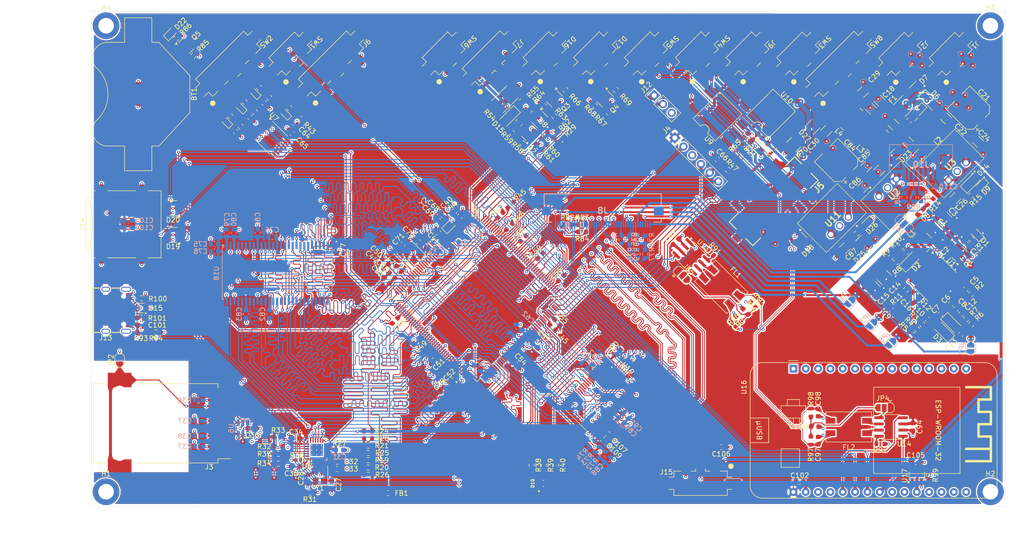
<source format=kicad_pcb>
(kicad_pcb
	(version 20241229)
	(generator "pcbnew")
	(generator_version "9.0")
	(general
		(thickness 1.6238)
		(legacy_teardrops no)
	)
	(paper "A4")
	(layers
		(0 "F.Cu" signal)
		(4 "In1.Cu" power)
		(6 "In2.Cu" power)
		(2 "B.Cu" signal)
		(9 "F.Adhes" user "F.Adhesive")
		(11 "B.Adhes" user "B.Adhesive")
		(13 "F.Paste" user)
		(15 "B.Paste" user)
		(5 "F.SilkS" user "F.Silkscreen")
		(7 "B.SilkS" user "B.Silkscreen")
		(1 "F.Mask" user)
		(3 "B.Mask" user)
		(17 "Dwgs.User" user "User.Drawings")
		(19 "Cmts.User" user "User.Comments")
		(21 "Eco1.User" user "User.Eco1")
		(23 "Eco2.User" user "User.Eco2")
		(25 "Edge.Cuts" user)
		(27 "Margin" user)
		(31 "F.CrtYd" user "F.Courtyard")
		(29 "B.CrtYd" user "B.Courtyard")
		(35 "F.Fab" user)
		(33 "B.Fab" user)
		(39 "User.1" user)
		(41 "User.2" user)
		(43 "User.3" user)
		(45 "User.4" user)
		(47 "User.5" user)
		(49 "User.6" user)
		(51 "User.7" user)
		(53 "User.8" user)
		(55 "User.9" user)
	)
	(setup
		(stackup
			(layer "F.SilkS"
				(type "Top Silk Screen")
			)
			(layer "F.Paste"
				(type "Top Solder Paste")
			)
			(layer "F.Mask"
				(type "Top Solder Mask")
				(thickness 0.01)
			)
			(layer "F.Cu"
				(type "copper")
				(thickness 0.035)
			)
			(layer "dielectric 1"
				(type "prepreg")
				(thickness 0.0994)
				(material "FR4")
				(epsilon_r 4.1)
				(loss_tangent 0.02)
			)
			(layer "In1.Cu"
				(type "copper")
				(thickness 0.035)
			)
			(layer "dielectric 2"
				(type "core")
				(thickness 1.265)
				(material "FR4")
				(epsilon_r 4.5)
				(loss_tangent 0.02)
			)
			(layer "In2.Cu"
				(type "copper")
				(thickness 0.035)
			)
			(layer "dielectric 3"
				(type "prepreg")
				(thickness 0.0994)
				(material "FR4")
				(epsilon_r 4.1)
				(loss_tangent 0.02)
			)
			(layer "B.Cu"
				(type "copper")
				(thickness 0.035)
			)
			(layer "B.Mask"
				(type "Bottom Solder Mask")
				(thickness 0.01)
			)
			(layer "B.Paste"
				(type "Bottom Solder Paste")
			)
			(layer "B.SilkS"
				(type "Bottom Silk Screen")
			)
			(copper_finish "None")
			(dielectric_constraints yes)
		)
		(pad_to_mask_clearance 0)
		(allow_soldermask_bridges_in_footprints no)
		(tenting front back)
		(pcbplotparams
			(layerselection 0x00000000_00000000_55555555_5755f5ff)
			(plot_on_all_layers_selection 0x00000000_00000000_00000000_00000000)
			(disableapertmacros no)
			(usegerberextensions no)
			(usegerberattributes yes)
			(usegerberadvancedattributes yes)
			(creategerberjobfile yes)
			(dashed_line_dash_ratio 12.000000)
			(dashed_line_gap_ratio 3.000000)
			(svgprecision 4)
			(plotframeref no)
			(mode 1)
			(useauxorigin no)
			(hpglpennumber 1)
			(hpglpenspeed 20)
			(hpglpendiameter 15.000000)
			(pdf_front_fp_property_popups yes)
			(pdf_back_fp_property_popups yes)
			(pdf_metadata yes)
			(pdf_single_document no)
			(dxfpolygonmode yes)
			(dxfimperialunits yes)
			(dxfusepcbnewfont yes)
			(psnegative no)
			(psa4output no)
			(plot_black_and_white yes)
			(plotinvisibletext no)
			(sketchpadsonfab no)
			(plotpadnumbers no)
			(hidednponfab no)
			(sketchdnponfab yes)
			(crossoutdnponfab yes)
			(subtractmaskfromsilk no)
			(outputformat 1)
			(mirror no)
			(drillshape 0)
			(scaleselection 1)
			(outputdirectory "Gerber/")
		)
	)
	(net 0 "")
	(net 1 "+3V3_FER")
	(net 2 "Earth")
	(net 3 "/Ethernet/LED_G")
	(net 4 "/Ethernet/LED_Y")
	(net 5 "GND")
	(net 6 "+3V3")
	(net 7 "+5V")
	(net 8 "/Power/3V3_Display")
	(net 9 "Net-(C5-Pad2)")
	(net 10 "Net-(U1-COMP)")
	(net 11 "Net-(U1-C1+)")
	(net 12 "Net-(U1-C1-)")
	(net 13 "Net-(U1-C2+)")
	(net 14 "Net-(U1-C2-)")
	(net 15 "Net-(U1-DRV)")
	(net 16 "Net-(U1-FB1)")
	(net 17 "Net-(U1-REF)")
	(net 18 "Net-(U1-VCOMIN)")
	(net 19 "+24V")
	(net 20 "Net-(U3-VI)")
	(net 21 "Net-(U2-VI)")
	(net 22 "/Peripherals/V_{ref2}")
	(net 23 "Net-(D1-A)")
	(net 24 "Net-(D15-K)")
	(net 25 "/IEC_Charging_Circuit/CP")
	(net 26 "/IEC_Charging_Circuit/PP")
	(net 27 "/Core/EV_Start_Charging")
	(net 28 "/Display/LCD_VGL")
	(net 29 "Net-(Q1-B)")
	(net 30 "Net-(Q2-G)")
	(net 31 "Net-(U1-FB3)")
	(net 32 "Net-(U1-FB2)")
	(net 33 "/IEC_Charging_Circuit/PWM_SENSE")
	(net 34 "/Core/Charging_Point_PWM")
	(net 35 "/Core/~{IMD_Error_LED}")
	(net 36 "/SDRAM/D9")
	(net 37 "/SDRAM/A11")
	(net 38 "/Core/~{AMS_Error_LED}")
	(net 39 "/SDRAM/D0")
	(net 40 "unconnected-(U4B-PC13-Pad8)")
	(net 41 "unconnected-(U4B-PD4-Pad146)")
	(net 42 "/Core/PCAP_RST")
	(net 43 "/Display/B5")
	(net 44 "unconnected-(U4B-PD13-Pad101)")
	(net 45 "/SDRAM/D14")
	(net 46 "/SDRAM/D2")
	(net 47 "/SDRAM/D4")
	(net 48 "/Core/OSC_in")
	(net 49 "/Core/SWCLK")
	(net 50 "unconnected-(U4B-PG3-Pad107)")
	(net 51 "/Display/R2")
	(net 52 "/SDRAM/A3")
	(net 53 "/SDRAM/D13")
	(net 54 "/Core/LCD_Reset")
	(net 55 "/Display/R0")
	(net 56 "/SDRAM/A2")
	(net 57 "/Display/R7")
	(net 58 "/Display/B4")
	(net 59 "/Core/AMS_Reset_in")
	(net 60 "/Core/AMS_Reset_out")
	(net 61 "/Core/SDC_out")
	(net 62 "/SDRAM/A0")
	(net 63 "unconnected-(U4B-PF8-Pad26)")
	(net 64 "/SDRAM/SDNE0")
	(net 65 "/Core/SWDIO")
	(net 66 "/SDRAM/A10")
	(net 67 "unconnected-(U4B-PH15-Pad130)")
	(net 68 "/Display/G0")
	(net 69 "/SDRAM/BA0")
	(net 70 "/Ethernet/RMII_TX_EN")
	(net 71 "/Core/NRST")
	(net 72 "/SDRAM/D12")
	(net 73 "/SDRAM/NBL0")
	(net 74 "/Display/B0")
	(net 75 "/Core/RMII_nRST")
	(net 76 "/Display/G2")
	(net 77 "/Display/R1")
	(net 78 "unconnected-(U4B-PI9-Pad11)")
	(net 79 "/SDRAM/SDNWE")
	(net 80 "/Ethernet/RMII_RXD1")
	(net 81 "/SDRAM/A9")
	(net 82 "/SDRAM/D11")
	(net 83 "unconnected-(U4B-PH12-Pad89)")
	(net 84 "/Display/DE")
	(net 85 "/Display/G3")
	(net 86 "/Display/CLK")
	(net 87 "/Peripherals/USART_RX")
	(net 88 "unconnected-(U4B-PD3-Pad145)")
	(net 89 "unconnected-(U4B-PI3-Pad134)")
	(net 90 "/Peripherals/USB_OTG_VBUS")
	(net 91 "/SDRAM/A4")
	(net 92 "/Display/B3")
	(net 93 "/Peripherals/SDMMC_D0")
	(net 94 "/SDRAM/D15")
	(net 95 "/SDRAM/D3")
	(net 96 "/Display/G4")
	(net 97 "/SDRAM/A7")
	(net 98 "unconnected-(U4E-PG2-Pad106)")
	(net 99 "Net-(U4F-BOOT0)")
	(net 100 "unconnected-(U4B-PD7-Pad151)")
	(net 101 "/Display/G7")
	(net 102 "/Core/LED_B")
	(net 103 "/Ethernet/RMII_MDIO")
	(net 104 "/Display/G1")
	(net 105 "/Display/R6")
	(net 106 "/SDRAM/D6")
	(net 107 "/SDRAM/A1")
	(net 108 "/SDRAM/D8")
	(net 109 "/Display/B6")
	(net 110 "/Display/R4")
	(net 111 "/Core/OSC_out")
	(net 112 "unconnected-(U4B-PF6-Pad24)")
	(net 113 "/SDRAM/A5")
	(net 114 "/Display/G6")
	(net 115 "/Peripherals/ESP_RX")
	(net 116 "unconnected-(U4B-PF9-Pad27)")
	(net 117 "/Display/G5")
	(net 118 "/Core/LED_G")
	(net 119 "/Display/R5")
	(net 120 "unconnected-(U4B-PF7-Pad25)")
	(net 121 "/Ethernet/RMII_TXD1")
	(net 122 "/SDRAM/D5")
	(net 123 "/Peripherals/SDMMC_CMD")
	(net 124 "/SDRAM/D1")
	(net 125 "Net-(U4A-VREF+)")
	(net 126 "/Display/B1")
	(net 127 "/Display/B7")
	(net 128 "unconnected-(U4B-PD11-Pad99)")
	(net 129 "/Ethernet/RMII_MDC")
	(net 130 "unconnected-(U4B-PD12-Pad100)")
	(net 131 "/Core/OSC32_in")
	(net 132 "/SDRAM/SDCLK")
	(net 133 "/Peripherals/USART_TX")
	(net 134 "unconnected-(U4B-PA10-Pad121)")
	(net 135 "/Core/LED_R")
	(net 136 "/SDRAM/SDCKE0")
	(net 137 "/Ethernet/RMII_RXD0")
	(net 138 "unconnected-(U4B-PH11-Pad88)")
	(net 139 "/Ethernet/RMII_CRS_DV")
	(net 140 "/Core/TRACESWO")
	(net 141 "/Display/HSYNC")
	(net 142 "/Ethernet/RMII_TXD0")
	(net 143 "/SDRAM/D10")
	(net 144 "/SDRAM/SDNCAS")
	(net 145 "/Display/R3")
	(net 146 "/Core/OSC32_out")
	(net 147 "/Display/VSYNC")
	(net 148 "/SDRAM/D7")
	(net 149 "unconnected-(U4B-PG9-Pad152)")
	(net 150 "/SDRAM/BA1")
	(net 151 "/SDRAM/SDNRAS")
	(net 152 "/SDRAM/A6")
	(net 153 "/SDRAM/NBL1")
	(net 154 "/Display/B2")
	(net 155 "/Ethernet/RMII_REF_CLK")
	(net 156 "/SDRAM/A8")
	(net 157 "unconnected-(U4B-PB2-Pad58)")
	(net 158 "/Ethernet/XTAL2")
	(net 159 "/Ethernet/XTAL1")
	(net 160 "/Peripherals/ESP_TX")
	(net 161 "/Peripherals/STM_CAN_TX")
	(net 162 "/Peripherals/STM_CAN_RX")
	(net 163 "/Peripherals/SDMMC_CK")
	(net 164 "/Peripherals/ESP_CAN_RX")
	(net 165 "/SDC_and_SCS/RSD_in")
	(net 166 "/SDC_and_SCS/RSD_out")
	(net 167 "/Peripherals/ESP_CAN_TX")
	(net 168 "/Display/LCD_VGH")
	(net 169 "Net-(D5-A)")
	(net 170 "Net-(D9-A)")
	(net 171 "/Core/SDC_in")
	(net 172 "Net-(Q3-G)")
	(net 173 "Net-(Q4-G)")
	(net 174 "/Core/SDC_enable")
	(net 175 "/Display/I2C_SDA")
	(net 176 "/Display/I2C_SCL")
	(net 177 "/Display/LCD_SELB")
	(net 178 "VDD")
	(net 179 "/Display/LCD_STBYB")
	(net 180 "Net-(J1-Pin_1)")
	(net 181 "/Display/LCD_U{slash}D")
	(net 182 "/Display/LCD_L{slash}R")
	(net 183 "/Display/RXIN0-")
	(net 184 "/Display/RXCLKIN+")
	(net 185 "/Display/RXIN0+")
	(net 186 "/Display/RXIN2-")
	(net 187 "/Display/RXIN1-")
	(net 188 "/Display/RXIN2+")
	(net 189 "/Display/RXIN3+")
	(net 190 "/Display/RXIN3-")
	(net 191 "/Display/RXIN1+")
	(net 192 "/Display/RXCLKIN-")
	(net 193 "Net-(J2-Pin_1)")
	(net 194 "Net-(U4F-PDR_ON)")
	(net 195 "/Peripherals/SDMMC_D1")
	(net 196 "/Peripherals/SDMMC_D2")
	(net 197 "/Peripherals/SDMMC_D3")
	(net 198 "/Core/SDC_Voltage")
	(net 199 "/Core/TSAL_Green")
	(net 200 "/Core/TS_on")
	(net 201 "/Peripherals/USB_OTG_DP")
	(net 202 "/Peripherals/USB_OTG_DN")
	(net 203 "/Peripherals/D-")
	(net 204 "/Peripherals/D+")
	(net 205 "/Core/PCAP_Int")
	(net 206 "/Display/LCD_VDD")
	(net 207 "/Core/Encoder_push")
	(net 208 "/Core/Encoder_A")
	(net 209 "/Core/Encoder_B")
	(net 210 "/Ethernet/RXN")
	(net 211 "/Ethernet/TXN")
	(net 212 "/Ethernet/RXP")
	(net 213 "/Ethernet/TXP")
	(net 214 "/Core/SDC_on")
	(net 215 "/Core/EncB_on")
	(net 216 "/Core/EncPush_on")
	(net 217 "/Core/EncA_on")
	(net 218 "Net-(D16-A)")
	(net 219 "Net-(D16-K)")
	(net 220 "Net-(D17-K)")
	(net 221 "Net-(D17-A)")
	(net 222 "/Display/LCD_AVDD")
	(net 223 "/Display/VCOM")
	(net 224 "Net-(D7-K)")
	(net 225 "unconnected-(U4B-PH9-Pad86)")
	(net 226 "unconnected-(U4B-PH6-Pad83)")
	(net 227 "unconnected-(U4B-PH7-Pad84)")
	(net 228 "Net-(D3-A)")
	(net 229 "Net-(J13-CC2)")
	(net 230 "Net-(U5-VDDCR)")
	(net 231 "Net-(C39-Pad1)")
	(net 232 "Net-(C45-Pad1)")
	(net 233 "Net-(D11-K)")
	(net 234 "Net-(D12-K)")
	(net 235 "Net-(D13-K)")
	(net 236 "Net-(D14-K)")
	(net 237 "Net-(U15-VBUS)")
	(net 238 "Net-(D2-A)")
	(net 239 "Net-(D8-A)")
	(net 240 "Net-(D10-BK)")
	(net 241 "Net-(D10-GK)")
	(net 242 "Net-(D10-RK)")
	(net 243 "Net-(D11-A)")
	(net 244 "Net-(U13-CANH)")
	(net 245 "Net-(U13-CANL)")
	(net 246 "Net-(U14-CANH)")
	(net 247 "Net-(U14-CANL)")
	(net 248 "Net-(J3-Pad11)")
	(net 249 "Net-(J3-Pad2)")
	(net 250 "unconnected-(J3-NC-Pad9)")
	(net 251 "Net-(J5-Pin_2)")
	(net 252 "Net-(J13-CC1)")
	(net 253 "unconnected-(J13-SBU2-PadB8)")
	(net 254 "unconnected-(J13-SBU1-PadA8)")
	(net 255 "Net-(Q2-D)")
	(net 256 "Net-(R29-Pad1)")
	(net 257 "Net-(J15-Pin_2)")
	(net 258 "Net-(JP4-C)")
	(net 259 "Net-(JP5-C)")
	(net 260 "Net-(R3-Pad2)")
	(net 261 "Net-(R8-Pad2)")
	(net 262 "/Peripherals/V_{ref1}")
	(net 263 "Net-(U5-RXD0{slash}MODE0)")
	(net 264 "Net-(U5-RXD1{slash}MODE1)")
	(net 265 "Net-(U5-CRS_DV{slash}MODE2)")
	(net 266 "Net-(U5-~{INT}{slash}REFCLKO)")
	(net 267 "Net-(U5-RXER{slash}PHYAD0)")
	(net 268 "Net-(U5-RBIAS)")
	(net 269 "Net-(U8--)")
	(net 270 "Net-(R65-Pad1)")
	(net 271 "Net-(R70-Pad2)")
	(net 272 "V_{In}")
	(net 273 "Net-(R75-Pad2)")
	(net 274 "Net-(U13-Rs)")
	(net 275 "Net-(U14-Rs)")
	(net 276 "Net-(U16-D21)")
	(net 277 "unconnected-(U7-Pad12)")
	(net 278 "unconnected-(U7-Pad10)")
	(net 279 "unconnected-(U9-Pad3)")
	(net 280 "unconnected-(U10-Pad3)")
	(net 281 "unconnected-(U10-Pad5)")
	(net 282 "unconnected-(U16-D26-Pad7)")
	(net 283 "unconnected-(U16-D2-Pad27)")
	(net 284 "unconnected-(U16-VIN-Pad1)")
	(net 285 "unconnected-(U16-D34-Pad12)")
	(net 286 "unconnected-(U16-D39{slash}VN-Pad13)")
	(net 287 "unconnected-(U16-D19-Pad21)")
	(net 288 "unconnected-(U16-D36{slash}VP-Pad14)")
	(net 289 "unconnected-(U16-TX0{slash}D1-Pad18)")
	(net 290 "unconnected-(U16-D14-Pad5)")
	(net 291 "unconnected-(U16-D25-Pad8)")
	(net 292 "unconnected-(U16-D15-Pad28)")
	(net 293 "unconnected-(U16-D13-Pad3)")
	(net 294 "unconnected-(U16-D23-Pad16)")
	(net 295 "unconnected-(U16-D27-Pad6)")
	(net 296 "unconnected-(U16-EN-Pad15)")
	(net 297 "unconnected-(U16-D33-Pad9)")
	(net 298 "unconnected-(U16-D22-Pad17)")
	(net 299 "unconnected-(U16-D35-Pad11)")
	(net 300 "unconnected-(U16-D18-Pad22)")
	(net 301 "unconnected-(U16-D12-Pad4)")
	(net 302 "unconnected-(U16-D32-Pad10)")
	(net 303 "unconnected-(U16-RX0{slash}D3-Pad19)")
	(net 304 "unconnected-(U17-NC-Pad1)")
	(net 305 "Net-(BT1-+)")
	(net 306 "VBAT")
	(net 307 "Net-(D22-A)")
	(net 308 "Net-(Q5-G)")
	(net 309 "unconnected-(U18-NC-Pad40)")
	(net 310 "unconnected-(U18-NC-Pad36)")
	(net 311 "Net-(U11-VI)")
	(net 312 "Net-(D25-K)")
	(net 313 "Net-(D26-A)")
	(net 314 "+12V")
	(net 315 "unconnected-(J8-Pin_37-Pad37)")
	(net 316 "unconnected-(J8-Pin_23-Pad23)")
	(net 317 "unconnected-(J8-Pin_26-Pad26)")
	(net 318 "Net-(J8-Pin_35)")
	(net 319 "unconnected-(J8-Pin_27-Pad27)")
	(net 320 "unconnected-(J8-Pin_24-Pad24)")
	(net 321 "Net-(J8-Pin_38)")
	(net 322 "unconnected-(J8-Pin_4-Pad4)")
	(net 323 "Net-(J8-Pin_29)")
	(net 324 "Net-(J8-Pin_1)")
	(net 325 "unconnected-(J8-Pin_36-Pad36)")
	(net 326 "Net-(U19-CLKSEL)")
	(net 327 "Net-(U19-~{SHTDN})")
	(net 328 "Net-(R76-Pad2)")
	(net 329 "/Core/CAN+")
	(net 330 "/Core/CAN-")
	(footprint "Capacitor_SMD:C_1206_3216Metric" (layer "F.Cu") (at 218.05 68.997055 -45))
	(footprint "Capacitor_SMD:C_0603_1608Metric" (layer "F.Cu") (at 217.599138 91.659104 45))
	(footprint "Package_SO:SOIC-8_3.9x4.9mm_P1.27mm" (layer "F.Cu") (at 214.55 127.660001 180))
	(footprint "Resistor_SMD:R_0603_1608Metric" (layer "F.Cu") (at 106.95 137.5))
	(footprint "Capacitor_SMD:C_0603_1608Metric" (layer "F.Cu") (at 158.3 112.25 45))
	(footprint "Capacitor_SMD:C_1206_3216Metric" (layer "F.Cu") (at 232.45 68.897055 -45))
	(footprint "Capacitor_SMD:C_0603_1608Metric" (layer "F.Cu") (at 91.3 67.197055 135))
	(footprint "Package_TO_SOT_SMD:SOT-23" (layer "F.Cu") (at 69.49055 49.123915 45))
	(footprint "Capacitor_SMD:C_0603_1608Metric" (layer "F.Cu") (at 218.670709 101.512049 -45))
	(footprint "Charger:ESP32-WROOM-32-DevKit-30Pin" (layer "F.Cu") (at 194.45 115.650001 -90))
	(footprint "LED_SMD:LED_0603_1608Metric" (layer "F.Cu") (at 66.35 46.55 45))
	(footprint "Inductor_SMD:L_Wuerth_WE-PD2-Typ-MS" (layer "F.Cu") (at 211.8 68.697055 -45))
	(footprint "Package_TO_SOT_SMD:SOT-23-3" (layer "F.Cu") (at 155.728751 60.125806 -45))
	(footprint "Resistor_SMD:R_0603_1608Metric" (layer "F.Cu") (at 88.425 131.675 180))
	(footprint "Package_DIP:SMDIP-6_W9.53mm" (layer "F.Cu") (at 178.828751 63.675806 135))
	(footprint "FaSTTUBe_connectors:Micro_Mate-N-Lok_2p_vertical" (layer "F.Cu") (at 226.8 50.8 -135))
	(footprint "Resistor_SMD:R_0603_1608Metric" (layer "F.Cu") (at 187.260986 102.407037 45))
	(footprint "Resistor_SMD:R_0603_1608Metric" (layer "F.Cu") (at 60.2725 101.16 180))
	(footprint "Diode_SMD:D_SOD-123" (layer "F.Cu") (at 222.6 60.547055 -45))
	(footprint "Package_SO:TSSOP-56_6.1x14mm_P0.5mm" (layer "F.Cu") (at 154.773231 121.177037 -45))
	(footprint "Inductor_SMD:L_0603_1608Metric" (layer "F.Cu") (at 111 141.3 180))
	(footprint "Resistor_SMD:R_0603_1608Metric" (layer "F.Cu") (at 60.2475 108.16))
	(footprint "Inductor_SMD:L_Wuerth_WE-PD2-Typ-MS" (layer "F.Cu") (at 221.75 66.297055 45))
	(footprint "LED_SMD:LED_0603_1608Metric" (layer "F.Cu") (at 220.356847 62.390208 -135))
	(footprint "Capacitor_SMD:CP_Elec_6.3x7.7" (layer "F.Cu") (at 230.75 62.247055 135))
	(footprint "Capacitor_SMD:C_0603_1608Metric"
		(layer "F.Cu")
		(uuid "1d844bf8-48e4-4879-b840-b8f1bbda8b2e")
		(at 199.55 124.685001 90)
		(descr "Capacitor SMD 0603 (1608 Metric), square (rectangular) end terminal, IPC_7351 nominal, (Body size source: IPC-SM-782 page 76, https://www.pcb-3d.com/wordpress/wp-content/uploads/ipc-sm-782a_amendment_1_and_2.pdf), generated with kicad-footprint-generator")
		(tags "capacitor")
		(property "Reference" "C98"
			(at 2.890001 0 90)
			(layer "F.SilkS")
			(uuid "d5c71e0f-6198-475f-aa28-d888e2e68b9b")
			(effects
				(font
					(size 1 1)
					(thickness 0.15)
				)
			)
		)
		(property "Value" "100p"
			(at 0 1.43 90)
			(layer "F.Fab")
			(uuid "67249af2-27f7-4ffb-82ba-0f26a698a57b")
			(effects
				(font
					(size 1 1)
					(thickness 0.15)
				)
			)
		)
		(property "Datasheet" ""
			(at 0 0 90)
			(unlocked yes)
			(layer "F.Fab")
			(hide yes)
			(uuid "0a19e9b6-763f-4913-92f2-02681f2d5ef2")
			(effects
				(font
					(size 1.27 1.27)
					(thickness 0.15)
				)
			)
		)
		(property "Description" "Unpolarized capacitor, small symbol"
			(at 0 0 90)
			(unlocked yes)
			(layer
... [8392110 chars truncated]
</source>
